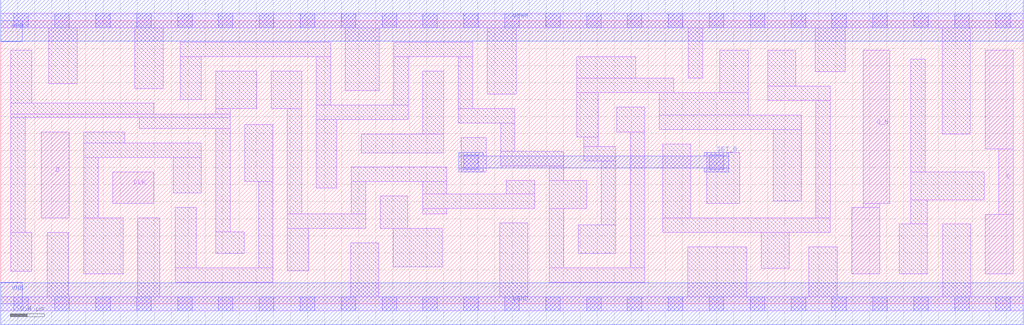
<source format=lef>
# Copyright 2020 The SkyWater PDK Authors
#
# Licensed under the Apache License, Version 2.0 (the "License");
# you may not use this file except in compliance with the License.
# You may obtain a copy of the License at
#
#     https://www.apache.org/licenses/LICENSE-2.0
#
# Unless required by applicable law or agreed to in writing, software
# distributed under the License is distributed on an "AS IS" BASIS,
# WITHOUT WARRANTIES OR CONDITIONS OF ANY KIND, either express or implied.
# See the License for the specific language governing permissions and
# limitations under the License.
#
# SPDX-License-Identifier: Apache-2.0

VERSION 5.5 ;
NAMESCASESENSITIVE ON ;
BUSBITCHARS "[]" ;
DIVIDERCHAR "/" ;
MACRO sky130_fd_sc_ms__dfsbp_1
  CLASS CORE ;
  SOURCE USER ;
  ORIGIN  0.000000  0.000000 ;
  SIZE 12 BY  3.330000 ;
  SYMMETRY X Y ;
  SITE unit ;
  PIN D
    ANTENNAGATEAREA  0.126000 ;
    DIRECTION INPUT ;
    USE SIGNAL ;
    PORT
      LAYER li1 ;
        RECT 0.475000 1.010000 0.805000 2.020000 ;
    END
  END D
  PIN Q
    ANTENNADIFFAREA  0.541300 ;
    DIRECTION OUTPUT ;
    USE SIGNAL ;
    PORT
      LAYER li1 ;
        RECT 11.555000 0.350000 11.885000 1.050000 ;
        RECT 11.555000 1.820000 11.885000 2.980000 ;
        RECT 11.715000 1.050000 11.885000 1.820000 ;
    END
  END Q
  PIN Q_N
    ANTENNADIFFAREA  0.541300 ;
    DIRECTION OUTPUT ;
    USE SIGNAL ;
    PORT
      LAYER li1 ;
        RECT  9.985000 0.350000 10.315000 1.130000 ;
        RECT 10.120000 1.130000 10.315000 1.180000 ;
        RECT 10.120000 1.180000 10.435000 2.980000 ;
    END
  END Q_N
  PIN SET_B
    ANTENNAPARTIALMETALSIDEAREA  2.205000 ;
    DIRECTION INPUT ;
    USE SIGNAL ;
    PORT
      LAYER met1 ;
        RECT 5.375000 1.550000 5.665000 1.595000 ;
        RECT 5.375000 1.595000 8.545000 1.735000 ;
        RECT 5.375000 1.735000 5.665000 1.780000 ;
        RECT 8.255000 1.550000 8.545000 1.595000 ;
        RECT 8.255000 1.735000 8.545000 1.780000 ;
    END
  END SET_B
  PIN CLK
    ANTENNAGATEAREA  0.279000 ;
    DIRECTION INPUT ;
    USE CLOCK ;
    PORT
      LAYER li1 ;
        RECT 1.315000 1.180000 1.795000 1.550000 ;
    END
  END CLK
  PIN VGND
    DIRECTION INOUT ;
    USE GROUND ;
    PORT
      LAYER met1 ;
        RECT 0.000000 -0.245000 12.000000 0.245000 ;
    END
  END VGND
  PIN VNB
    DIRECTION INOUT ;
    USE GROUND ;
    PORT
      LAYER met1 ;
        RECT 0.000000 0.000000 0.250000 0.250000 ;
    END
  END VNB
  PIN VPB
    DIRECTION INOUT ;
    USE POWER ;
    PORT
      LAYER met1 ;
        RECT 0.000000 3.080000 0.250000 3.330000 ;
    END
  END VPB
  PIN VPWR
    DIRECTION INOUT ;
    USE POWER ;
    PORT
      LAYER met1 ;
        RECT 0.000000 3.085000 12.000000 3.575000 ;
    END
  END VPWR
  OBS
    LAYER li1 ;
      RECT  0.000000 -0.085000 12.000000 0.085000 ;
      RECT  0.000000  3.245000 12.000000 3.415000 ;
      RECT  0.115000  0.380000  0.365000 0.840000 ;
      RECT  0.115000  0.840000  0.285000 2.190000 ;
      RECT  0.115000  2.190000  2.695000 2.230000 ;
      RECT  0.115000  2.230000  1.795000 2.360000 ;
      RECT  0.115000  2.360000  0.365000 2.980000 ;
      RECT  0.545000  0.085000  0.795000 0.840000 ;
      RECT  0.565000  2.590000  0.895000 3.245000 ;
      RECT  0.975000  0.350000  1.435000 1.010000 ;
      RECT  0.975000  1.010000  1.145000 1.720000 ;
      RECT  0.975000  1.720000  2.355000 1.890000 ;
      RECT  0.975000  1.890000  1.455000 2.020000 ;
      RECT  1.575000  2.530000  1.905000 3.245000 ;
      RECT  1.605000  0.085000  1.865000 1.010000 ;
      RECT  1.625000  2.060000  2.695000 2.190000 ;
      RECT  2.025000  1.300000  2.355000 1.720000 ;
      RECT  2.045000  0.255000  3.195000 0.425000 ;
      RECT  2.045000  0.425000  2.295000 1.130000 ;
      RECT  2.105000  2.400000  2.355000 2.905000 ;
      RECT  2.105000  2.905000  3.875000 3.075000 ;
      RECT  2.525000  0.595000  2.855000 0.845000 ;
      RECT  2.525000  0.845000  2.695000 2.060000 ;
      RECT  2.525000  2.230000  2.695000 2.295000 ;
      RECT  2.525000  2.295000  3.005000 2.735000 ;
      RECT  2.865000  1.435000  3.195000 2.105000 ;
      RECT  3.025000  0.425000  3.195000 1.435000 ;
      RECT  3.175000  2.295000  3.535000 2.735000 ;
      RECT  3.365000  0.385000  3.615000 0.885000 ;
      RECT  3.365000  0.885000  4.285000 1.055000 ;
      RECT  3.365000  1.055000  3.535000 2.295000 ;
      RECT  3.705000  1.360000  3.945000 2.165000 ;
      RECT  3.705000  2.165000  4.780000 2.335000 ;
      RECT  3.705000  2.335000  3.875000 2.905000 ;
      RECT  4.045000  2.505000  4.440000 3.245000 ;
      RECT  4.105000  0.085000  4.435000 0.715000 ;
      RECT  4.115000  1.055000  4.285000 1.435000 ;
      RECT  4.115000  1.435000  5.235000 1.605000 ;
      RECT  4.230000  1.775000  5.200000 1.995000 ;
      RECT  4.455000  0.885000  4.775000 1.265000 ;
      RECT  4.605000  0.435000  5.180000 0.885000 ;
      RECT  4.610000  2.335000  4.780000 2.905000 ;
      RECT  4.610000  2.905000  5.540000 3.075000 ;
      RECT  4.950000  1.055000  5.235000 1.120000 ;
      RECT  4.950000  1.120000  6.265000 1.290000 ;
      RECT  4.950000  1.290000  5.235000 1.435000 ;
      RECT  4.950000  1.995000  5.200000 2.735000 ;
      RECT  5.370000  2.125000  6.035000 2.295000 ;
      RECT  5.370000  2.295000  5.540000 2.905000 ;
      RECT  5.405000  1.550000  5.695000 1.955000 ;
      RECT  5.710000  2.465000  6.050000 3.245000 ;
      RECT  5.855000  0.085000  6.185000 0.950000 ;
      RECT  5.865000  1.620000  6.605000 1.790000 ;
      RECT  5.865000  1.790000  6.035000 2.125000 ;
      RECT  5.935000  1.290000  6.265000 1.450000 ;
      RECT  6.435000  0.255000  7.560000 0.425000 ;
      RECT  6.435000  0.425000  6.605000 1.120000 ;
      RECT  6.435000  1.120000  6.880000 1.450000 ;
      RECT  6.435000  1.450000  6.605000 1.620000 ;
      RECT  6.760000  1.960000  7.010000 2.480000 ;
      RECT  6.760000  2.480000  7.900000 2.650000 ;
      RECT  6.760000  2.650000  7.450000 2.905000 ;
      RECT  6.775000  0.595000  7.220000 0.925000 ;
      RECT  6.840000  1.680000  7.220000 1.850000 ;
      RECT  6.840000  1.850000  7.010000 1.960000 ;
      RECT  7.050000  0.925000  7.220000 1.680000 ;
      RECT  7.230000  2.020000  7.560000 2.310000 ;
      RECT  7.390000  0.425000  7.560000 2.020000 ;
      RECT  7.730000  2.050000  9.395000 2.220000 ;
      RECT  7.730000  2.220000  8.770000 2.480000 ;
      RECT  7.770000  0.840000  9.735000 1.010000 ;
      RECT  7.770000  1.010000  8.100000 1.880000 ;
      RECT  8.065000  0.085000  8.755000 0.670000 ;
      RECT  8.070000  2.650000  8.240000 3.245000 ;
      RECT  8.285000  1.180000  8.670000 1.780000 ;
      RECT  8.440000  2.480000  8.770000 2.980000 ;
      RECT  8.925000  0.415000  9.255000 0.840000 ;
      RECT  9.000000  2.390000  9.735000 2.560000 ;
      RECT  9.000000  2.560000  9.330000 2.980000 ;
      RECT  9.065000  1.210000  9.395000 2.050000 ;
      RECT  9.485000  0.085000  9.815000 0.670000 ;
      RECT  9.560000  2.730000  9.910000 3.245000 ;
      RECT  9.565000  1.010000  9.735000 2.390000 ;
      RECT 10.545000  0.350000 10.875000 0.940000 ;
      RECT 10.680000  0.940000 10.875000 1.220000 ;
      RECT 10.680000  1.220000 11.540000 1.550000 ;
      RECT 10.680000  1.550000 10.850000 2.875000 ;
      RECT 11.050000  1.995000 11.380000 3.245000 ;
      RECT 11.055000  0.085000 11.385000 0.940000 ;
    LAYER mcon ;
      RECT  0.155000 -0.085000  0.325000 0.085000 ;
      RECT  0.155000  3.245000  0.325000 3.415000 ;
      RECT  0.635000 -0.085000  0.805000 0.085000 ;
      RECT  0.635000  3.245000  0.805000 3.415000 ;
      RECT  1.115000 -0.085000  1.285000 0.085000 ;
      RECT  1.115000  3.245000  1.285000 3.415000 ;
      RECT  1.595000 -0.085000  1.765000 0.085000 ;
      RECT  1.595000  3.245000  1.765000 3.415000 ;
      RECT  2.075000 -0.085000  2.245000 0.085000 ;
      RECT  2.075000  3.245000  2.245000 3.415000 ;
      RECT  2.555000 -0.085000  2.725000 0.085000 ;
      RECT  2.555000  3.245000  2.725000 3.415000 ;
      RECT  3.035000 -0.085000  3.205000 0.085000 ;
      RECT  3.035000  3.245000  3.205000 3.415000 ;
      RECT  3.515000 -0.085000  3.685000 0.085000 ;
      RECT  3.515000  3.245000  3.685000 3.415000 ;
      RECT  3.995000 -0.085000  4.165000 0.085000 ;
      RECT  3.995000  3.245000  4.165000 3.415000 ;
      RECT  4.475000 -0.085000  4.645000 0.085000 ;
      RECT  4.475000  3.245000  4.645000 3.415000 ;
      RECT  4.955000 -0.085000  5.125000 0.085000 ;
      RECT  4.955000  3.245000  5.125000 3.415000 ;
      RECT  5.435000 -0.085000  5.605000 0.085000 ;
      RECT  5.435000  1.580000  5.605000 1.750000 ;
      RECT  5.435000  3.245000  5.605000 3.415000 ;
      RECT  5.915000 -0.085000  6.085000 0.085000 ;
      RECT  5.915000  3.245000  6.085000 3.415000 ;
      RECT  6.395000 -0.085000  6.565000 0.085000 ;
      RECT  6.395000  3.245000  6.565000 3.415000 ;
      RECT  6.875000 -0.085000  7.045000 0.085000 ;
      RECT  6.875000  3.245000  7.045000 3.415000 ;
      RECT  7.355000 -0.085000  7.525000 0.085000 ;
      RECT  7.355000  3.245000  7.525000 3.415000 ;
      RECT  7.835000 -0.085000  8.005000 0.085000 ;
      RECT  7.835000  3.245000  8.005000 3.415000 ;
      RECT  8.315000 -0.085000  8.485000 0.085000 ;
      RECT  8.315000  1.580000  8.485000 1.750000 ;
      RECT  8.315000  3.245000  8.485000 3.415000 ;
      RECT  8.795000 -0.085000  8.965000 0.085000 ;
      RECT  8.795000  3.245000  8.965000 3.415000 ;
      RECT  9.275000 -0.085000  9.445000 0.085000 ;
      RECT  9.275000  3.245000  9.445000 3.415000 ;
      RECT  9.755000 -0.085000  9.925000 0.085000 ;
      RECT  9.755000  3.245000  9.925000 3.415000 ;
      RECT 10.235000 -0.085000 10.405000 0.085000 ;
      RECT 10.235000  3.245000 10.405000 3.415000 ;
      RECT 10.715000 -0.085000 10.885000 0.085000 ;
      RECT 10.715000  3.245000 10.885000 3.415000 ;
      RECT 11.195000 -0.085000 11.365000 0.085000 ;
      RECT 11.195000  3.245000 11.365000 3.415000 ;
      RECT 11.675000 -0.085000 11.845000 0.085000 ;
      RECT 11.675000  3.245000 11.845000 3.415000 ;
  END
END sky130_fd_sc_ms__dfsbp_1
END LIBRARY

</source>
